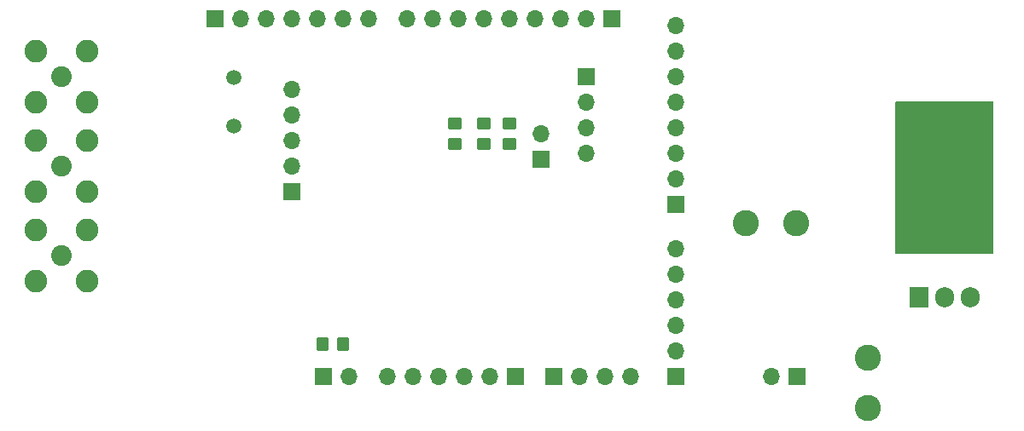
<source format=gbs>
%TF.GenerationSoftware,KiCad,Pcbnew,(6.0.8)*%
%TF.CreationDate,2023-01-11T18:12:54+05:00*%
%TF.ProjectId,SyntPIC,53796e74-5049-4432-9e6b-696361645f70,rev?*%
%TF.SameCoordinates,Original*%
%TF.FileFunction,Soldermask,Bot*%
%TF.FilePolarity,Negative*%
%FSLAX46Y46*%
G04 Gerber Fmt 4.6, Leading zero omitted, Abs format (unit mm)*
G04 Created by KiCad (PCBNEW (6.0.8)) date 2023-01-11 18:12:54*
%MOMM*%
%LPD*%
G01*
G04 APERTURE LIST*
G04 Aperture macros list*
%AMRoundRect*
0 Rectangle with rounded corners*
0 $1 Rounding radius*
0 $2 $3 $4 $5 $6 $7 $8 $9 X,Y pos of 4 corners*
0 Add a 4 corners polygon primitive as box body*
4,1,4,$2,$3,$4,$5,$6,$7,$8,$9,$2,$3,0*
0 Add four circle primitives for the rounded corners*
1,1,$1+$1,$2,$3*
1,1,$1+$1,$4,$5*
1,1,$1+$1,$6,$7*
1,1,$1+$1,$8,$9*
0 Add four rect primitives between the rounded corners*
20,1,$1+$1,$2,$3,$4,$5,0*
20,1,$1+$1,$4,$5,$6,$7,0*
20,1,$1+$1,$6,$7,$8,$9,0*
20,1,$1+$1,$8,$9,$2,$3,0*%
G04 Aperture macros list end*
%ADD10C,2.600000*%
%ADD11C,2.050000*%
%ADD12C,2.250000*%
%ADD13R,1.700000X1.700000*%
%ADD14O,1.700000X1.700000*%
%ADD15O,3.500000X3.500000*%
%ADD16R,1.905000X2.000000*%
%ADD17O,1.905000X2.000000*%
%ADD18C,1.500000*%
%ADD19RoundRect,0.250000X0.450000X-0.350000X0.450000X0.350000X-0.450000X0.350000X-0.450000X-0.350000X0*%
%ADD20RoundRect,0.250000X0.350000X0.450000X-0.350000X0.450000X-0.350000X-0.450000X0.350000X-0.450000X0*%
G04 APERTURE END LIST*
D10*
%TO.C,L1*%
X252806000Y-138755000D03*
X252806000Y-133755000D03*
%TD*%
D11*
%TO.C,J2*%
X172796000Y-105815000D03*
D12*
X175336000Y-108355000D03*
X170256000Y-108355000D03*
X175336000Y-103275000D03*
X170256000Y-103275000D03*
%TD*%
D11*
%TO.C,J3*%
X172796000Y-114705000D03*
D12*
X175336000Y-112165000D03*
X175336000Y-117245000D03*
X170256000Y-112165000D03*
X170256000Y-117245000D03*
%TD*%
D10*
%TO.C,L2*%
X245741000Y-120420000D03*
X240741000Y-120420000D03*
%TD*%
D13*
%TO.C,J8*%
X224866000Y-105825000D03*
D14*
X224866000Y-108365000D03*
X224866000Y-110905000D03*
X224866000Y-113445000D03*
%TD*%
D15*
%TO.C,U4*%
X260426000Y-111085000D03*
D16*
X257886000Y-127745000D03*
D17*
X260426000Y-127745000D03*
X262966000Y-127745000D03*
%TD*%
D11*
%TO.C,J4*%
X172796000Y-123595000D03*
D12*
X175336000Y-121055000D03*
X175336000Y-126135000D03*
X170256000Y-121055000D03*
X170256000Y-126135000D03*
%TD*%
D18*
%TO.C,Y1*%
X189941000Y-105905000D03*
X189941000Y-110785000D03*
%TD*%
D13*
%TO.C,J1*%
X245821000Y-135660000D03*
D14*
X243281000Y-135660000D03*
%TD*%
D13*
%TO.C,J7*%
X220421000Y-114070000D03*
D14*
X220421000Y-111530000D03*
%TD*%
D13*
%TO.C,J11*%
X233756000Y-135660000D03*
D14*
X233756000Y-133120000D03*
X233756000Y-130580000D03*
X233756000Y-128040000D03*
X233756000Y-125500000D03*
X233756000Y-122960000D03*
%TD*%
D13*
%TO.C,J12*%
X233756000Y-118515000D03*
D14*
X233756000Y-115975000D03*
X233756000Y-113435000D03*
X233756000Y-110895000D03*
X233756000Y-108355000D03*
X233756000Y-105815000D03*
X233756000Y-103275000D03*
X233756000Y-100735000D03*
%TD*%
D13*
%TO.C,J9*%
X221691000Y-135660000D03*
D14*
X224231000Y-135660000D03*
X226771000Y-135660000D03*
X229311000Y-135660000D03*
%TD*%
D13*
%TO.C,J5*%
X195656000Y-117245000D03*
D14*
X195656000Y-114705000D03*
X195656000Y-112165000D03*
X195656000Y-109625000D03*
X195656000Y-107085000D03*
%TD*%
D13*
%TO.C,J6*%
X198831000Y-135660000D03*
D14*
X201371000Y-135660000D03*
%TD*%
D19*
%TO.C,R37*%
X214757000Y-112522000D03*
X214757000Y-110522000D03*
%TD*%
D13*
%TO.C,J13*%
X188036000Y-100100000D03*
D14*
X190576000Y-100100000D03*
X193116000Y-100100000D03*
X195656000Y-100100000D03*
X198196000Y-100100000D03*
X200736000Y-100100000D03*
X203276000Y-100100000D03*
%TD*%
D19*
%TO.C,R38*%
X211836000Y-112522000D03*
X211836000Y-110522000D03*
%TD*%
D13*
%TO.C,J14*%
X227406000Y-100100000D03*
D14*
X224866000Y-100100000D03*
X222326000Y-100100000D03*
X219786000Y-100100000D03*
X217246000Y-100100000D03*
X214706000Y-100100000D03*
X212166000Y-100100000D03*
X209626000Y-100100000D03*
X207086000Y-100100000D03*
%TD*%
D13*
%TO.C,J10*%
X217881000Y-135660000D03*
D14*
X215341000Y-135660000D03*
X212801000Y-135660000D03*
X210261000Y-135660000D03*
X207721000Y-135660000D03*
X205181000Y-135660000D03*
%TD*%
D19*
%TO.C,R40*%
X217297000Y-112522000D03*
X217297000Y-110522000D03*
%TD*%
D20*
%TO.C,R39*%
X200755000Y-132461000D03*
X198755000Y-132461000D03*
%TD*%
G36*
X265228500Y-108350962D02*
G01*
X265283038Y-108405500D01*
X265303000Y-108480000D01*
X265303000Y-123295000D01*
X265283038Y-123369500D01*
X265228500Y-123424038D01*
X265154000Y-123444000D01*
X255673000Y-123444000D01*
X255598500Y-123424038D01*
X255543962Y-123369500D01*
X255524000Y-123295000D01*
X255524000Y-108480000D01*
X255543962Y-108405500D01*
X255598500Y-108350962D01*
X255673000Y-108331000D01*
X265154000Y-108331000D01*
X265228500Y-108350962D01*
G37*
M02*

</source>
